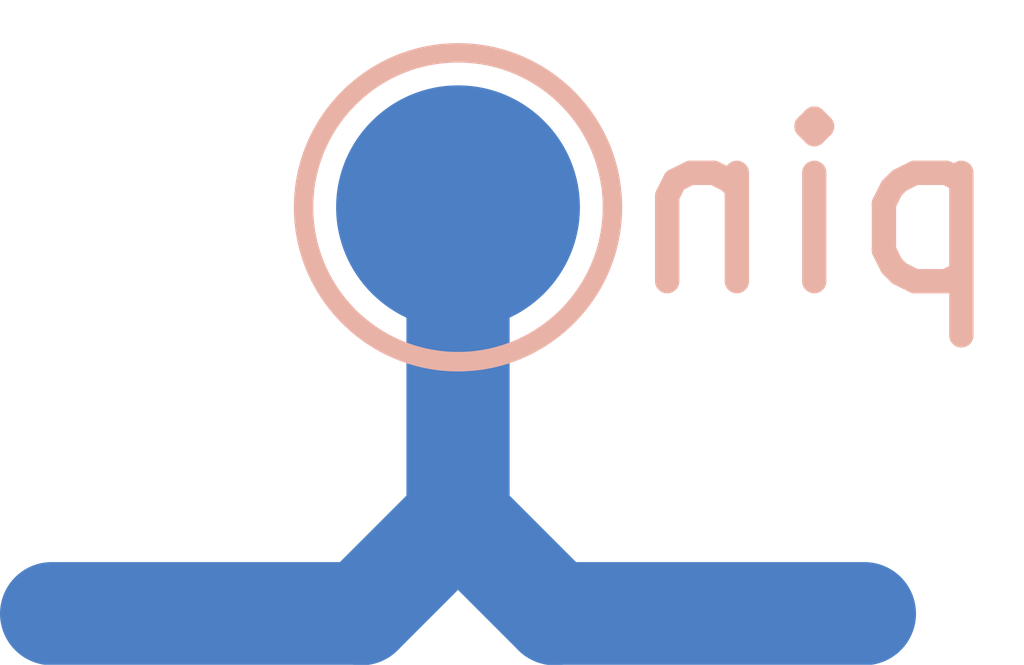
<source format=kicad_pcb>
(kicad_pcb (version 20171130) (host pcbnew "(5.1.9-0-10_14)")

  (general
    (thickness 1.6)
    (drawings 1)
    (tracks 5)
    (zones 0)
    (modules 1)
    (nets 2)
  )

  (page A4)
  (layers
    (0 F.Cu signal)
    (31 B.Cu signal)
    (32 B.Adhes user)
    (33 F.Adhes user)
    (34 B.Paste user)
    (35 F.Paste user)
    (36 B.SilkS user)
    (37 F.SilkS user)
    (38 B.Mask user)
    (39 F.Mask user)
    (40 Dwgs.User user)
    (41 Cmts.User user)
    (42 Eco1.User user)
    (43 Eco2.User user)
    (44 Edge.Cuts user)
    (45 Margin user)
    (46 B.CrtYd user hide)
    (47 F.CrtYd user hide)
    (48 B.Fab user hide)
    (49 F.Fab user hide)
  )

  (setup
    (last_trace_width 0.1524)
    (user_trace_width 0.1524)
    (user_trace_width 0.254)
    (user_trace_width 0.4064)
    (user_trace_width 0.635)
    (trace_clearance 0.1524)
    (zone_clearance 0.508)
    (zone_45_only no)
    (trace_min 0.1524)
    (via_size 0.6858)
    (via_drill 0.3048)
    (via_min_size 0.6858)
    (via_min_drill 0.3048)
    (uvia_size 0.3048)
    (uvia_drill 0.1524)
    (uvias_allowed no)
    (uvia_min_size 0.2)
    (uvia_min_drill 0.1)
    (edge_width 0.15)
    (segment_width 0.15)
    (pcb_text_width 0.3)
    (pcb_text_size 1.5 1.5)
    (mod_edge_width 0.15)
    (mod_text_size 1 1)
    (mod_text_width 0.15)
    (pad_size 1.524 1.524)
    (pad_drill 0.762)
    (pad_to_mask_clearance 0.2)
    (aux_axis_origin 0 0)
    (visible_elements FFFFFF7F)
    (pcbplotparams
      (layerselection 0x010fc_ffffffff)
      (usegerberextensions false)
      (usegerberattributes false)
      (usegerberadvancedattributes false)
      (creategerberjobfile false)
      (excludeedgelayer true)
      (linewidth 0.100000)
      (plotframeref false)
      (viasonmask false)
      (mode 1)
      (useauxorigin false)
      (hpglpennumber 1)
      (hpglpenspeed 20)
      (hpglpendiameter 15.000000)
      (psnegative false)
      (psa4output false)
      (plotreference true)
      (plotvalue true)
      (plotinvisibletext false)
      (padsonsilk false)
      (subtractmaskfromsilk false)
      (outputformat 1)
      (mirror false)
      (drillshape 1)
      (scaleselection 1)
      (outputdirectory ""))
  )

  (net 0 "")
  (net 1 "Net-(Pin0-Pad1)")

  (net_class Default "This is the default net class."
    (clearance 0.1524)
    (trace_width 0.1524)
    (via_dia 0.6858)
    (via_drill 0.3048)
    (uvia_dia 0.3048)
    (uvia_drill 0.1524)
    (diff_pair_width 0.1524)
    (diff_pair_gap 0.1524)
    (add_net "Net-(Pin0-Pad1)")
  )

  (module TestPoint:TestPoint_Pad_D1.5mm (layer B.Cu) (tedit 5A0F774F) (tstamp 60B93F04)
    (at 0 0)
    (descr "SMD pad as test Point, diameter 1.5mm")
    (tags "test point SMD pad")
    (path /60B97905)
    (attr virtual)
    (fp_text reference Pin0 (at 0 1.648) (layer B.SilkS) hide
      (effects (font (size 1 1) (thickness 0.15)) (justify mirror))
    )
    (fp_text value TestPoint (at 0 -1.75) (layer B.Fab)
      (effects (font (size 1 1) (thickness 0.15)) (justify mirror))
    )
    (fp_circle (center 0 0) (end 1.25 0) (layer B.CrtYd) (width 0.05))
    (fp_circle (center 0 0) (end 0 -0.95) (layer B.SilkS) (width 0.12))
    (fp_text user %R (at 0 1.65) (layer B.Fab)
      (effects (font (size 1 1) (thickness 0.15)) (justify mirror))
    )
    (pad 1 smd circle (at 0 0) (size 1.5 1.5) (layers B.Cu B.Mask)
      (net 1 "Net-(Pin0-Pad1)"))
  )

  (gr_text pin (at 0.95 0) (layer B.SilkS)
    (effects (font (size 1 1) (thickness 0.15)) (justify right mirror))
  )

  (segment (start -0.595 2.5) (end -2.5 2.5) (width 0.635) (layer B.Cu) (net 1))
  (segment (start 0 1.905) (end -0.595 2.5) (width 0.635) (layer B.Cu) (net 1))
  (segment (start 0 0) (end 0 1.905) (width 0.635) (layer B.Cu) (net 1))
  (segment (start 0.595 2.5) (end 2.5 2.5) (width 0.635) (layer B.Cu) (net 1))
  (segment (start 0 1.905) (end 0.595 2.5) (width 0.635) (layer B.Cu) (net 1))

)

</source>
